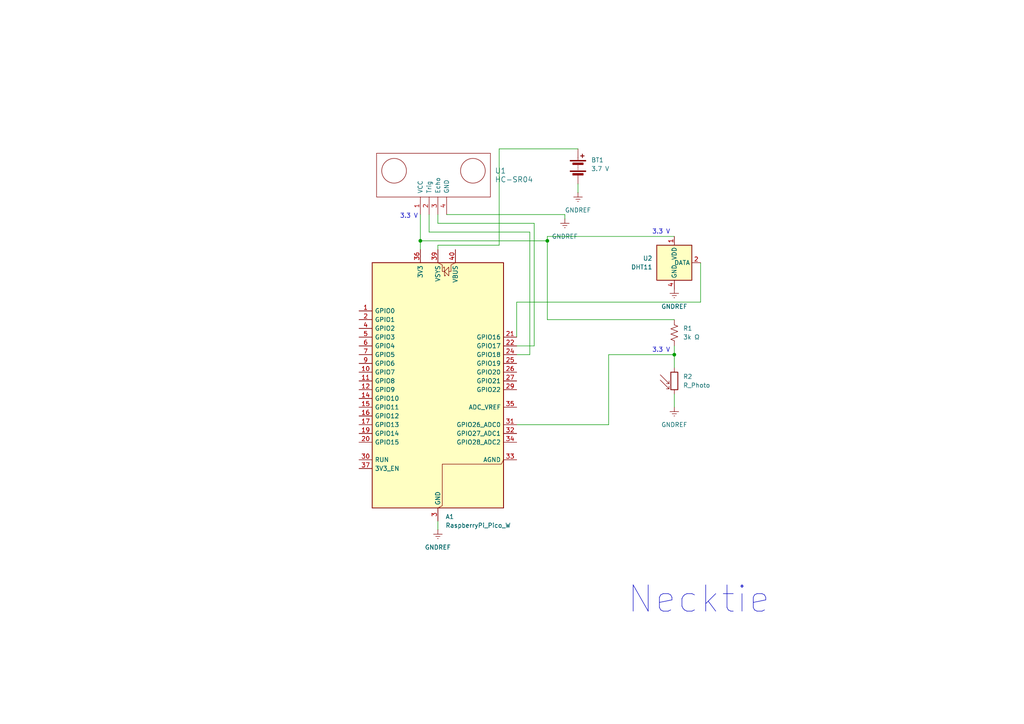
<source format=kicad_sch>
(kicad_sch
	(version 20231120)
	(generator "eeschema")
	(generator_version "8.0")
	(uuid "424d08af-28d8-42c4-8fb3-ecfdaff8cff5")
	(paper "A4")
	(lib_symbols
		(symbol "Device:Battery"
			(pin_numbers hide)
			(pin_names
				(offset 0) hide)
			(exclude_from_sim no)
			(in_bom yes)
			(on_board yes)
			(property "Reference" "BT"
				(at 2.54 2.54 0)
				(effects
					(font
						(size 1.27 1.27)
					)
					(justify left)
				)
			)
			(property "Value" "Battery"
				(at 2.54 0 0)
				(effects
					(font
						(size 1.27 1.27)
					)
					(justify left)
				)
			)
			(property "Footprint" ""
				(at 0 1.524 90)
				(effects
					(font
						(size 1.27 1.27)
					)
					(hide yes)
				)
			)
			(property "Datasheet" "~"
				(at 0 1.524 90)
				(effects
					(font
						(size 1.27 1.27)
					)
					(hide yes)
				)
			)
			(property "Description" "Multiple-cell battery"
				(at 0 0 0)
				(effects
					(font
						(size 1.27 1.27)
					)
					(hide yes)
				)
			)
			(property "ki_keywords" "batt voltage-source cell"
				(at 0 0 0)
				(effects
					(font
						(size 1.27 1.27)
					)
					(hide yes)
				)
			)
			(symbol "Battery_0_1"
				(rectangle
					(start -2.286 -1.27)
					(end 2.286 -1.524)
					(stroke
						(width 0)
						(type default)
					)
					(fill
						(type outline)
					)
				)
				(rectangle
					(start -2.286 1.778)
					(end 2.286 1.524)
					(stroke
						(width 0)
						(type default)
					)
					(fill
						(type outline)
					)
				)
				(rectangle
					(start -1.524 -2.032)
					(end 1.524 -2.54)
					(stroke
						(width 0)
						(type default)
					)
					(fill
						(type outline)
					)
				)
				(rectangle
					(start -1.524 1.016)
					(end 1.524 0.508)
					(stroke
						(width 0)
						(type default)
					)
					(fill
						(type outline)
					)
				)
				(polyline
					(pts
						(xy 0 -1.016) (xy 0 -0.762)
					)
					(stroke
						(width 0)
						(type default)
					)
					(fill
						(type none)
					)
				)
				(polyline
					(pts
						(xy 0 -0.508) (xy 0 -0.254)
					)
					(stroke
						(width 0)
						(type default)
					)
					(fill
						(type none)
					)
				)
				(polyline
					(pts
						(xy 0 0) (xy 0 0.254)
					)
					(stroke
						(width 0)
						(type default)
					)
					(fill
						(type none)
					)
				)
				(polyline
					(pts
						(xy 0 1.778) (xy 0 2.54)
					)
					(stroke
						(width 0)
						(type default)
					)
					(fill
						(type none)
					)
				)
				(polyline
					(pts
						(xy 0.762 3.048) (xy 1.778 3.048)
					)
					(stroke
						(width 0.254)
						(type default)
					)
					(fill
						(type none)
					)
				)
				(polyline
					(pts
						(xy 1.27 3.556) (xy 1.27 2.54)
					)
					(stroke
						(width 0.254)
						(type default)
					)
					(fill
						(type none)
					)
				)
			)
			(symbol "Battery_1_1"
				(pin passive line
					(at 0 5.08 270)
					(length 2.54)
					(name "+"
						(effects
							(font
								(size 1.27 1.27)
							)
						)
					)
					(number "1"
						(effects
							(font
								(size 1.27 1.27)
							)
						)
					)
				)
				(pin passive line
					(at 0 -5.08 90)
					(length 2.54)
					(name "-"
						(effects
							(font
								(size 1.27 1.27)
							)
						)
					)
					(number "2"
						(effects
							(font
								(size 1.27 1.27)
							)
						)
					)
				)
			)
		)
		(symbol "Device:R_Photo"
			(pin_numbers hide)
			(pin_names
				(offset 0)
			)
			(exclude_from_sim no)
			(in_bom yes)
			(on_board yes)
			(property "Reference" "R"
				(at 1.27 1.27 0)
				(effects
					(font
						(size 1.27 1.27)
					)
					(justify left)
				)
			)
			(property "Value" "R_Photo"
				(at 1.27 0 0)
				(effects
					(font
						(size 1.27 1.27)
					)
					(justify left top)
				)
			)
			(property "Footprint" ""
				(at 1.27 -6.35 90)
				(effects
					(font
						(size 1.27 1.27)
					)
					(justify left)
					(hide yes)
				)
			)
			(property "Datasheet" "~"
				(at 0 -1.27 0)
				(effects
					(font
						(size 1.27 1.27)
					)
					(hide yes)
				)
			)
			(property "Description" "Photoresistor"
				(at 0 0 0)
				(effects
					(font
						(size 1.27 1.27)
					)
					(hide yes)
				)
			)
			(property "ki_keywords" "resistor variable light sensitive opto LDR"
				(at 0 0 0)
				(effects
					(font
						(size 1.27 1.27)
					)
					(hide yes)
				)
			)
			(property "ki_fp_filters" "*LDR* R?LDR*"
				(at 0 0 0)
				(effects
					(font
						(size 1.27 1.27)
					)
					(hide yes)
				)
			)
			(symbol "R_Photo_0_1"
				(rectangle
					(start -1.016 2.54)
					(end 1.016 -2.54)
					(stroke
						(width 0.254)
						(type default)
					)
					(fill
						(type none)
					)
				)
				(polyline
					(pts
						(xy -1.524 -2.286) (xy -4.064 0.254)
					)
					(stroke
						(width 0)
						(type default)
					)
					(fill
						(type none)
					)
				)
				(polyline
					(pts
						(xy -1.524 -2.286) (xy -2.286 -2.286)
					)
					(stroke
						(width 0)
						(type default)
					)
					(fill
						(type none)
					)
				)
				(polyline
					(pts
						(xy -1.524 -2.286) (xy -1.524 -1.524)
					)
					(stroke
						(width 0)
						(type default)
					)
					(fill
						(type none)
					)
				)
				(polyline
					(pts
						(xy -1.524 -0.762) (xy -4.064 1.778)
					)
					(stroke
						(width 0)
						(type default)
					)
					(fill
						(type none)
					)
				)
				(polyline
					(pts
						(xy -1.524 -0.762) (xy -2.286 -0.762)
					)
					(stroke
						(width 0)
						(type default)
					)
					(fill
						(type none)
					)
				)
				(polyline
					(pts
						(xy -1.524 -0.762) (xy -1.524 0)
					)
					(stroke
						(width 0)
						(type default)
					)
					(fill
						(type none)
					)
				)
			)
			(symbol "R_Photo_1_1"
				(pin passive line
					(at 0 3.81 270)
					(length 1.27)
					(name "~"
						(effects
							(font
								(size 1.27 1.27)
							)
						)
					)
					(number "1"
						(effects
							(font
								(size 1.27 1.27)
							)
						)
					)
				)
				(pin passive line
					(at 0 -3.81 90)
					(length 1.27)
					(name "~"
						(effects
							(font
								(size 1.27 1.27)
							)
						)
					)
					(number "2"
						(effects
							(font
								(size 1.27 1.27)
							)
						)
					)
				)
			)
		)
		(symbol "Device:R_US"
			(pin_numbers hide)
			(pin_names
				(offset 0)
			)
			(exclude_from_sim no)
			(in_bom yes)
			(on_board yes)
			(property "Reference" "R"
				(at 2.54 0 90)
				(effects
					(font
						(size 1.27 1.27)
					)
				)
			)
			(property "Value" "R_US"
				(at -2.54 0 90)
				(effects
					(font
						(size 1.27 1.27)
					)
				)
			)
			(property "Footprint" ""
				(at 1.016 -0.254 90)
				(effects
					(font
						(size 1.27 1.27)
					)
					(hide yes)
				)
			)
			(property "Datasheet" "~"
				(at 0 0 0)
				(effects
					(font
						(size 1.27 1.27)
					)
					(hide yes)
				)
			)
			(property "Description" "Resistor, US symbol"
				(at 0 0 0)
				(effects
					(font
						(size 1.27 1.27)
					)
					(hide yes)
				)
			)
			(property "ki_keywords" "R res resistor"
				(at 0 0 0)
				(effects
					(font
						(size 1.27 1.27)
					)
					(hide yes)
				)
			)
			(property "ki_fp_filters" "R_*"
				(at 0 0 0)
				(effects
					(font
						(size 1.27 1.27)
					)
					(hide yes)
				)
			)
			(symbol "R_US_0_1"
				(polyline
					(pts
						(xy 0 -2.286) (xy 0 -2.54)
					)
					(stroke
						(width 0)
						(type default)
					)
					(fill
						(type none)
					)
				)
				(polyline
					(pts
						(xy 0 2.286) (xy 0 2.54)
					)
					(stroke
						(width 0)
						(type default)
					)
					(fill
						(type none)
					)
				)
				(polyline
					(pts
						(xy 0 -0.762) (xy 1.016 -1.143) (xy 0 -1.524) (xy -1.016 -1.905) (xy 0 -2.286)
					)
					(stroke
						(width 0)
						(type default)
					)
					(fill
						(type none)
					)
				)
				(polyline
					(pts
						(xy 0 0.762) (xy 1.016 0.381) (xy 0 0) (xy -1.016 -0.381) (xy 0 -0.762)
					)
					(stroke
						(width 0)
						(type default)
					)
					(fill
						(type none)
					)
				)
				(polyline
					(pts
						(xy 0 2.286) (xy 1.016 1.905) (xy 0 1.524) (xy -1.016 1.143) (xy 0 0.762)
					)
					(stroke
						(width 0)
						(type default)
					)
					(fill
						(type none)
					)
				)
			)
			(symbol "R_US_1_1"
				(pin passive line
					(at 0 3.81 270)
					(length 1.27)
					(name "~"
						(effects
							(font
								(size 1.27 1.27)
							)
						)
					)
					(number "1"
						(effects
							(font
								(size 1.27 1.27)
							)
						)
					)
				)
				(pin passive line
					(at 0 -3.81 90)
					(length 1.27)
					(name "~"
						(effects
							(font
								(size 1.27 1.27)
							)
						)
					)
					(number "2"
						(effects
							(font
								(size 1.27 1.27)
							)
						)
					)
				)
			)
		)
		(symbol "MCU_Module_RaspberryPi_Pico:RaspberryPi_Pico_W"
			(pin_names
				(offset 0.762)
			)
			(exclude_from_sim no)
			(in_bom yes)
			(on_board yes)
			(property "Reference" "A"
				(at -19.05 38.1 0)
				(effects
					(font
						(size 1.27 1.27)
					)
					(justify left)
				)
			)
			(property "Value" "RaspberryPi_Pico_W"
				(at 7.62 38.1 0)
				(effects
					(font
						(size 1.27 1.27)
					)
					(justify left)
				)
			)
			(property "Footprint" "Module_RaspberryPi_Pico:RaspberryPi_Pico_Common"
				(at 0 -49.53 0)
				(effects
					(font
						(size 1.27 1.27)
					)
					(hide yes)
				)
			)
			(property "Datasheet" "https://datasheets.raspberrypi.com/picow/pico-w-datasheet.pdf"
				(at 0 -52.07 0)
				(effects
					(font
						(size 1.27 1.27)
					)
					(hide yes)
				)
			)
			(property "Description" "Versatile and inexpensive wireless microcontroller module powered by RP2040 dual-core Arm Cortex-M0+ processor up to 133 MHz, 264kB SRAM, 2MB QSPI flash, Infineon CYW43439 2.4GHz 802.11n wireless LAN"
				(at 0 -54.61 0)
				(effects
					(font
						(size 1.27 1.27)
					)
					(hide yes)
				)
			)
			(property "ki_keywords" "Raspberry Pi Pico microcontroller module RP2040 M0+ usb CYW43439 wireless wifi bluetooth"
				(at 0 0 0)
				(effects
					(font
						(size 1.27 1.27)
					)
					(hide yes)
				)
			)
			(property "ki_fp_filters" "RaspberryPi?Pico?Common* RaspberryPi?Pico?W*"
				(at 0 0 0)
				(effects
					(font
						(size 1.27 1.27)
					)
					(hide yes)
				)
			)
			(symbol "RaspberryPi_Pico_W_0_1"
				(rectangle
					(start -19.05 36.83)
					(end 19.05 -34.29)
					(stroke
						(width 0.254)
						(type default)
					)
					(fill
						(type background)
					)
				)
				(polyline
					(pts
						(xy 0 36.83) (xy 1.27 36.195) (xy 1.27 34.29) (xy 1.905 34.29)
					)
					(stroke
						(width 0)
						(type default)
					)
					(fill
						(type none)
					)
				)
				(polyline
					(pts
						(xy 1.905 34.29) (xy 3.175 35.56) (xy 3.175 33.02) (xy 1.905 34.29)
					)
					(stroke
						(width 0)
						(type default)
					)
					(fill
						(type none)
					)
				)
				(polyline
					(pts
						(xy 5.08 36.83) (xy 3.81 36.195) (xy 3.81 34.29) (xy 3.175 34.29)
					)
					(stroke
						(width 0)
						(type default)
					)
					(fill
						(type none)
					)
				)
				(polyline
					(pts
						(xy 0 -34.29) (xy 1.27 -33.655) (xy 1.27 -21.59) (xy 18.415 -21.59) (xy 19.05 -20.32)
					)
					(stroke
						(width 0)
						(type default)
					)
					(fill
						(type none)
					)
				)
				(polyline
					(pts
						(xy 1.651 35.306) (xy 1.651 35.56) (xy 1.905 35.56) (xy 1.905 33.02) (xy 2.159 33.02) (xy 2.159 33.274)
					)
					(stroke
						(width 0)
						(type default)
					)
					(fill
						(type none)
					)
				)
			)
			(symbol "RaspberryPi_Pico_W_1_1"
				(pin bidirectional line
					(at -22.86 22.86 0)
					(length 3.81)
					(name "GPIO0"
						(effects
							(font
								(size 1.27 1.27)
							)
						)
					)
					(number "1"
						(effects
							(font
								(size 1.27 1.27)
							)
						)
					)
					(alternate "I2C0_SDA" bidirectional line)
					(alternate "PWM0_A" output line)
					(alternate "SPI0_RX" input line)
					(alternate "UART0_TX" output line)
					(alternate "USB_OVCUR_DET" input line)
				)
				(pin bidirectional line
					(at -22.86 5.08 0)
					(length 3.81)
					(name "GPIO7"
						(effects
							(font
								(size 1.27 1.27)
							)
						)
					)
					(number "10"
						(effects
							(font
								(size 1.27 1.27)
							)
						)
					)
					(alternate "I2C1_SCL" bidirectional clock)
					(alternate "PWM3_B" bidirectional line)
					(alternate "SPI0_TX" output line)
					(alternate "UART1_RTS" output line)
					(alternate "USB_VBUS_DET" input line)
				)
				(pin bidirectional line
					(at -22.86 2.54 0)
					(length 3.81)
					(name "GPIO8"
						(effects
							(font
								(size 1.27 1.27)
							)
						)
					)
					(number "11"
						(effects
							(font
								(size 1.27 1.27)
							)
						)
					)
					(alternate "I2C0_SDA" bidirectional line)
					(alternate "PWM4_A" output line)
					(alternate "SPI1_RX" input line)
					(alternate "UART1_TX" output line)
					(alternate "USB_VBUS_EN" output line)
				)
				(pin bidirectional line
					(at -22.86 0 0)
					(length 3.81)
					(name "GPIO9"
						(effects
							(font
								(size 1.27 1.27)
							)
						)
					)
					(number "12"
						(effects
							(font
								(size 1.27 1.27)
							)
						)
					)
					(alternate "I2C0_SCL" bidirectional clock)
					(alternate "PWM4_B" bidirectional line)
					(alternate "UART1_RX" input line)
					(alternate "USB_OVCUR_DET" input line)
					(alternate "~{SPI1_CSn}" bidirectional line)
				)
				(pin passive line
					(at 0 -38.1 90)
					(length 3.81) hide
					(name "GND"
						(effects
							(font
								(size 1.27 1.27)
							)
						)
					)
					(number "13"
						(effects
							(font
								(size 1.27 1.27)
							)
						)
					)
				)
				(pin bidirectional line
					(at -22.86 -2.54 0)
					(length 3.81)
					(name "GPIO10"
						(effects
							(font
								(size 1.27 1.27)
							)
						)
					)
					(number "14"
						(effects
							(font
								(size 1.27 1.27)
							)
						)
					)
					(alternate "I2C1_SDA" bidirectional line)
					(alternate "PWM5_A" output line)
					(alternate "SPI1_SCK" bidirectional clock)
					(alternate "UART1_CTS" input line)
					(alternate "USB_VBUS_DET" input line)
				)
				(pin bidirectional line
					(at -22.86 -5.08 0)
					(length 3.81)
					(name "GPIO11"
						(effects
							(font
								(size 1.27 1.27)
							)
						)
					)
					(number "15"
						(effects
							(font
								(size 1.27 1.27)
							)
						)
					)
					(alternate "I2C1_SCL" bidirectional clock)
					(alternate "PWM5_B" bidirectional line)
					(alternate "SPI1_TX" output line)
					(alternate "UART1_RTS" output line)
					(alternate "USB_VBUS_EN" output line)
				)
				(pin bidirectional line
					(at -22.86 -7.62 0)
					(length 3.81)
					(name "GPIO12"
						(effects
							(font
								(size 1.27 1.27)
							)
						)
					)
					(number "16"
						(effects
							(font
								(size 1.27 1.27)
							)
						)
					)
					(alternate "I2C0_SDA" bidirectional line)
					(alternate "PWM6_A" output line)
					(alternate "SPI1_RX" input line)
					(alternate "UART0_TX" output line)
					(alternate "USB_OVCUR_DET" input line)
				)
				(pin bidirectional line
					(at -22.86 -10.16 0)
					(length 3.81)
					(name "GPIO13"
						(effects
							(font
								(size 1.27 1.27)
							)
						)
					)
					(number "17"
						(effects
							(font
								(size 1.27 1.27)
							)
						)
					)
					(alternate "I2C0_SCL" bidirectional clock)
					(alternate "PWM6_B" bidirectional line)
					(alternate "UART0_RX" input line)
					(alternate "USB_VBUS_DET" input line)
					(alternate "~{SPI1_CSn}" bidirectional line)
				)
				(pin passive line
					(at 0 -38.1 90)
					(length 3.81) hide
					(name "GND"
						(effects
							(font
								(size 1.27 1.27)
							)
						)
					)
					(number "18"
						(effects
							(font
								(size 1.27 1.27)
							)
						)
					)
				)
				(pin bidirectional line
					(at -22.86 -12.7 0)
					(length 3.81)
					(name "GPIO14"
						(effects
							(font
								(size 1.27 1.27)
							)
						)
					)
					(number "19"
						(effects
							(font
								(size 1.27 1.27)
							)
						)
					)
					(alternate "I2C1_SDA" bidirectional line)
					(alternate "PWM7_A" output line)
					(alternate "SPI1_SCK" bidirectional clock)
					(alternate "UART0_CTS" input line)
					(alternate "USB_VBUS_EN" output line)
				)
				(pin bidirectional line
					(at -22.86 20.32 0)
					(length 3.81)
					(name "GPIO1"
						(effects
							(font
								(size 1.27 1.27)
							)
						)
					)
					(number "2"
						(effects
							(font
								(size 1.27 1.27)
							)
						)
					)
					(alternate "I2C0_SCL" bidirectional clock)
					(alternate "PWM0_B" bidirectional line)
					(alternate "UART0_RX" input line)
					(alternate "USB_VBUS_DET" passive line)
					(alternate "~{SPI0_CSn}" bidirectional line)
				)
				(pin bidirectional line
					(at -22.86 -15.24 0)
					(length 3.81)
					(name "GPIO15"
						(effects
							(font
								(size 1.27 1.27)
							)
						)
					)
					(number "20"
						(effects
							(font
								(size 1.27 1.27)
							)
						)
					)
					(alternate "I2C1_SCL" bidirectional clock)
					(alternate "PWM7_B" bidirectional line)
					(alternate "SPI1_TX" output line)
					(alternate "UART0_RTS" output line)
					(alternate "USB_OVCUR_DET" input line)
				)
				(pin bidirectional line
					(at 22.86 15.24 180)
					(length 3.81)
					(name "GPIO16"
						(effects
							(font
								(size 1.27 1.27)
							)
						)
					)
					(number "21"
						(effects
							(font
								(size 1.27 1.27)
							)
						)
					)
					(alternate "I2C0_SDA" bidirectional line)
					(alternate "PWM0_A" output line)
					(alternate "SPI0_RX" input line)
					(alternate "UART0_TX" output line)
					(alternate "USB_VBUS_DET" input line)
				)
				(pin bidirectional line
					(at 22.86 12.7 180)
					(length 3.81)
					(name "GPIO17"
						(effects
							(font
								(size 1.27 1.27)
							)
						)
					)
					(number "22"
						(effects
							(font
								(size 1.27 1.27)
							)
						)
					)
					(alternate "I2C0_SCL" bidirectional clock)
					(alternate "PWM0_B" bidirectional line)
					(alternate "UART0_RX" input line)
					(alternate "USB_VBUS_EN" output line)
					(alternate "~{SPI0_CSn}" bidirectional line)
				)
				(pin passive line
					(at 0 -38.1 90)
					(length 3.81) hide
					(name "GND"
						(effects
							(font
								(size 1.27 1.27)
							)
						)
					)
					(number "23"
						(effects
							(font
								(size 1.27 1.27)
							)
						)
					)
				)
				(pin bidirectional line
					(at 22.86 10.16 180)
					(length 3.81)
					(name "GPIO18"
						(effects
							(font
								(size 1.27 1.27)
							)
						)
					)
					(number "24"
						(effects
							(font
								(size 1.27 1.27)
							)
						)
					)
					(alternate "I2C1_SDA" bidirectional line)
					(alternate "PWM1_A" output line)
					(alternate "SPI0_SCK" bidirectional clock)
					(alternate "UART0_CTS" input line)
					(alternate "USB_OVCUR_DET" input line)
				)
				(pin bidirectional line
					(at 22.86 7.62 180)
					(length 3.81)
					(name "GPIO19"
						(effects
							(font
								(size 1.27 1.27)
							)
						)
					)
					(number "25"
						(effects
							(font
								(size 1.27 1.27)
							)
						)
					)
					(alternate "I2C1_SCL" bidirectional clock)
					(alternate "PWM1_B" bidirectional line)
					(alternate "SPI0_TX" output line)
					(alternate "UART0_RTS" output line)
					(alternate "USB_VBUS_DET" input line)
				)
				(pin bidirectional line
					(at 22.86 5.08 180)
					(length 3.81)
					(name "GPIO20"
						(effects
							(font
								(size 1.27 1.27)
							)
						)
					)
					(number "26"
						(effects
							(font
								(size 1.27 1.27)
							)
						)
					)
					(alternate "CLOCK_GPIN0" input clock)
					(alternate "I2C0_SDA" bidirectional line)
					(alternate "PWM2_A" output line)
					(alternate "SPI0_RX" input line)
					(alternate "UART1_TX" output line)
					(alternate "USB_VBUS_EN" output line)
				)
				(pin bidirectional line
					(at 22.86 2.54 180)
					(length 3.81)
					(name "GPIO21"
						(effects
							(font
								(size 1.27 1.27)
							)
						)
					)
					(number "27"
						(effects
							(font
								(size 1.27 1.27)
							)
						)
					)
					(alternate "CLOCK_GPOUT0" output clock)
					(alternate "I2C0_SCL" bidirectional clock)
					(alternate "PWM2_B" bidirectional line)
					(alternate "UART1_RX" input line)
					(alternate "USB_OVCUR_DET" input line)
					(alternate "~{SPI0_CSn}" bidirectional line)
				)
				(pin passive line
					(at 0 -38.1 90)
					(length 3.81) hide
					(name "GND"
						(effects
							(font
								(size 1.27 1.27)
							)
						)
					)
					(number "28"
						(effects
							(font
								(size 1.27 1.27)
							)
						)
					)
				)
				(pin bidirectional line
					(at 22.86 0 180)
					(length 3.81)
					(name "GPIO22"
						(effects
							(font
								(size 1.27 1.27)
							)
						)
					)
					(number "29"
						(effects
							(font
								(size 1.27 1.27)
							)
						)
					)
					(alternate "CLOCK_GPIN1" input clock)
					(alternate "I2C1_SDA" bidirectional line)
					(alternate "PWM3_A" output line)
					(alternate "SPI0_SCK" bidirectional clock)
					(alternate "UART1_CTS" input line)
					(alternate "USB_VBUS_DET" input line)
				)
				(pin power_out line
					(at 0 -38.1 90)
					(length 3.81)
					(name "GND"
						(effects
							(font
								(size 1.27 1.27)
							)
						)
					)
					(number "3"
						(effects
							(font
								(size 1.27 1.27)
							)
						)
					)
					(alternate "GND_IN" power_in line)
				)
				(pin input line
					(at -22.86 -20.32 0)
					(length 3.81)
					(name "RUN"
						(effects
							(font
								(size 1.27 1.27)
							)
						)
					)
					(number "30"
						(effects
							(font
								(size 1.27 1.27)
							)
						)
					)
					(alternate "~{RESET}" input line)
				)
				(pin bidirectional line
					(at 22.86 -10.16 180)
					(length 3.81)
					(name "GPIO26_ADC0"
						(effects
							(font
								(size 1.27 1.27)
							)
						)
					)
					(number "31"
						(effects
							(font
								(size 1.27 1.27)
							)
						)
					)
					(alternate "ADC0" input line)
					(alternate "GPIO26" bidirectional line)
					(alternate "I2C1_SDA" bidirectional line)
					(alternate "PWM5_A" output line)
					(alternate "SPI1_SCK" bidirectional clock)
					(alternate "UART1_CTS" input line)
					(alternate "USB_VBUS_EN" output line)
				)
				(pin bidirectional line
					(at 22.86 -12.7 180)
					(length 3.81)
					(name "GPIO27_ADC1"
						(effects
							(font
								(size 1.27 1.27)
							)
						)
					)
					(number "32"
						(effects
							(font
								(size 1.27 1.27)
							)
						)
					)
					(alternate "ADC1" input line)
					(alternate "GPIO27" bidirectional line)
					(alternate "I2C1_SCL" bidirectional clock)
					(alternate "PWM5_B" bidirectional line)
					(alternate "SPI1_TX" output line)
					(alternate "UART1_RTS" output line)
					(alternate "USB_OVCUR_DET" input line)
				)
				(pin power_out line
					(at 22.86 -20.32 180)
					(length 3.81)
					(name "AGND"
						(effects
							(font
								(size 1.27 1.27)
							)
						)
					)
					(number "33"
						(effects
							(font
								(size 1.27 1.27)
							)
						)
					)
					(alternate "GND" passive line)
				)
				(pin bidirectional line
					(at 22.86 -15.24 180)
					(length 3.81)
					(name "GPIO28_ADC2"
						(effects
							(font
								(size 1.27 1.27)
							)
						)
					)
					(number "34"
						(effects
							(font
								(size 1.27 1.27)
							)
						)
					)
					(alternate "ADC2" input line)
					(alternate "GPIO28" bidirectional line)
					(alternate "I2C0_SDA" bidirectional line)
					(alternate "PWM6_A" output line)
					(alternate "SPI1_RX" input line)
					(alternate "UART0_TX" output line)
					(alternate "USB_VBUS_DET" input line)
				)
				(pin power_in line
					(at 22.86 -5.08 180)
					(length 3.81)
					(name "ADC_VREF"
						(effects
							(font
								(size 1.27 1.27)
							)
						)
					)
					(number "35"
						(effects
							(font
								(size 1.27 1.27)
							)
						)
					)
				)
				(pin power_out line
					(at -5.08 40.64 270)
					(length 3.81)
					(name "3V3"
						(effects
							(font
								(size 1.27 1.27)
							)
						)
					)
					(number "36"
						(effects
							(font
								(size 1.27 1.27)
							)
						)
					)
				)
				(pin input line
					(at -22.86 -22.86 0)
					(length 3.81)
					(name "3V3_EN"
						(effects
							(font
								(size 1.27 1.27)
							)
						)
					)
					(number "37"
						(effects
							(font
								(size 1.27 1.27)
							)
						)
					)
					(alternate "~{3V3_DISABLE}" input line)
				)
				(pin passive line
					(at 0 -38.1 90)
					(length 3.81) hide
					(name "GND"
						(effects
							(font
								(size 1.27 1.27)
							)
						)
					)
					(number "38"
						(effects
							(font
								(size 1.27 1.27)
							)
						)
					)
				)
				(pin power_in line
					(at 0 40.64 270)
					(length 3.81)
					(name "VSYS"
						(effects
							(font
								(size 1.27 1.27)
							)
						)
					)
					(number "39"
						(effects
							(font
								(size 1.27 1.27)
							)
						)
					)
					(alternate "VSYS_IN" power_in line)
					(alternate "VSYS_OUT" power_out line)
				)
				(pin bidirectional line
					(at -22.86 17.78 0)
					(length 3.81)
					(name "GPIO2"
						(effects
							(font
								(size 1.27 1.27)
							)
						)
					)
					(number "4"
						(effects
							(font
								(size 1.27 1.27)
							)
						)
					)
					(alternate "I2C1_SDA" bidirectional line)
					(alternate "PWM1_A" output line)
					(alternate "SPI0_SCK" bidirectional clock)
					(alternate "UART0_CTS" input line)
					(alternate "USB_VBUS_DET" input line)
				)
				(pin power_out line
					(at 5.08 40.64 270)
					(length 3.81)
					(name "VBUS"
						(effects
							(font
								(size 1.27 1.27)
							)
						)
					)
					(number "40"
						(effects
							(font
								(size 1.27 1.27)
							)
						)
					)
					(alternate "VBUS_HOST" power_in line)
				)
				(pin bidirectional line
					(at -22.86 15.24 0)
					(length 3.81)
					(name "GPIO3"
						(effects
							(font
								(size 1.27 1.27)
							)
						)
					)
					(number "5"
						(effects
							(font
								(size 1.27 1.27)
							)
						)
					)
					(alternate "I2C1_SCL" bidirectional clock)
					(alternate "PWM1_B" bidirectional line)
					(alternate "SPI0_TX" output line)
					(alternate "UART0_RTS" output line)
					(alternate "USB_OVCUR_DET" input line)
				)
				(pin bidirectional line
					(at -22.86 12.7 0)
					(length 3.81)
					(name "GPIO4"
						(effects
							(font
								(size 1.27 1.27)
							)
						)
					)
					(number "6"
						(effects
							(font
								(size 1.27 1.27)
							)
						)
					)
					(alternate "I2C0_SDA" bidirectional line)
					(alternate "PWM2_A" output line)
					(alternate "SPI0_RX" input line)
					(alternate "UART1_TX" output line)
					(alternate "USB_VBUS_DET" input line)
				)
				(pin bidirectional line
					(at -22.86 10.16 0)
					(length 3.81)
					(name "GPIO5"
						(effects
							(font
								(size 1.27 1.27)
							)
						)
					)
					(number "7"
						(effects
							(font
								(size 1.27 1.27)
							)
						)
					)
					(alternate "I2C0_SCL" bidirectional clock)
					(alternate "PWM2_B" bidirectional line)
					(alternate "UART1_RX" input line)
					(alternate "USB_VBUS_EN" output line)
					(alternate "~{SPI0_CSn}" bidirectional line)
				)
				(pin passive line
					(at 0 -38.1 90)
					(length 3.81) hide
					(name "GND"
						(effects
							(font
								(size 1.27 1.27)
							)
						)
					)
					(number "8"
						(effects
							(font
								(size 1.27 1.27)
							)
						)
					)
				)
				(pin bidirectional line
					(at -22.86 7.62 0)
					(length 3.81)
					(name "GPIO6"
						(effects
							(font
								(size 1.27 1.27)
							)
						)
					)
					(number "9"
						(effects
							(font
								(size 1.27 1.27)
							)
						)
					)
					(alternate "I2C1_SDA" bidirectional line)
					(alternate "PWM3_A" output line)
					(alternate "SPI0_SCK" bidirectional clock)
					(alternate "UART1_CTS" input line)
					(alternate "USB_OVCUR_DET" input line)
				)
			)
		)
		(symbol "Sensor:DHT11"
			(exclude_from_sim no)
			(in_bom yes)
			(on_board yes)
			(property "Reference" "U"
				(at -3.81 6.35 0)
				(effects
					(font
						(size 1.27 1.27)
					)
				)
			)
			(property "Value" "DHT11"
				(at 3.81 6.35 0)
				(effects
					(font
						(size 1.27 1.27)
					)
				)
			)
			(property "Footprint" "Sensor:Aosong_DHT11_5.5x12.0_P2.54mm"
				(at 0 -10.16 0)
				(effects
					(font
						(size 1.27 1.27)
					)
					(hide yes)
				)
			)
			(property "Datasheet" "http://akizukidenshi.com/download/ds/aosong/DHT11.pdf"
				(at 3.81 6.35 0)
				(effects
					(font
						(size 1.27 1.27)
					)
					(hide yes)
				)
			)
			(property "Description" "3.3V to 5.5V, temperature and humidity module, DHT11"
				(at 0 0 0)
				(effects
					(font
						(size 1.27 1.27)
					)
					(hide yes)
				)
			)
			(property "ki_keywords" "digital sensor"
				(at 0 0 0)
				(effects
					(font
						(size 1.27 1.27)
					)
					(hide yes)
				)
			)
			(property "ki_fp_filters" "Aosong*DHT11*5.5x12.0*P2.54mm*"
				(at 0 0 0)
				(effects
					(font
						(size 1.27 1.27)
					)
					(hide yes)
				)
			)
			(symbol "DHT11_0_1"
				(rectangle
					(start -5.08 5.08)
					(end 5.08 -5.08)
					(stroke
						(width 0.254)
						(type default)
					)
					(fill
						(type background)
					)
				)
			)
			(symbol "DHT11_1_1"
				(pin power_in line
					(at 0 7.62 270)
					(length 2.54)
					(name "VDD"
						(effects
							(font
								(size 1.27 1.27)
							)
						)
					)
					(number "1"
						(effects
							(font
								(size 1.27 1.27)
							)
						)
					)
				)
				(pin bidirectional line
					(at 7.62 0 180)
					(length 2.54)
					(name "DATA"
						(effects
							(font
								(size 1.27 1.27)
							)
						)
					)
					(number "2"
						(effects
							(font
								(size 1.27 1.27)
							)
						)
					)
				)
				(pin no_connect line
					(at -5.08 0 0)
					(length 2.54) hide
					(name "NC"
						(effects
							(font
								(size 1.27 1.27)
							)
						)
					)
					(number "3"
						(effects
							(font
								(size 1.27 1.27)
							)
						)
					)
				)
				(pin power_in line
					(at 0 -7.62 90)
					(length 2.54)
					(name "GND"
						(effects
							(font
								(size 1.27 1.27)
							)
						)
					)
					(number "4"
						(effects
							(font
								(size 1.27 1.27)
							)
						)
					)
				)
			)
		)
		(symbol "hc-sr04:HC-SR04"
			(pin_names
				(offset 1.016)
			)
			(exclude_from_sim no)
			(in_bom yes)
			(on_board yes)
			(property "Reference" "U"
				(at -15.24 16.51 0)
				(effects
					(font
						(size 1.524 1.524)
					)
				)
			)
			(property "Value" "HC-SR04"
				(at 0 13.97 0)
				(effects
					(font
						(size 1.524 1.524)
					)
				)
			)
			(property "Footprint" ""
				(at 2.54 2.54 0)
				(effects
					(font
						(size 1.524 1.524)
					)
					(hide yes)
				)
			)
			(property "Datasheet" ""
				(at 2.54 2.54 0)
				(effects
					(font
						(size 1.524 1.524)
					)
					(hide yes)
				)
			)
			(property "Description" ""
				(at 0 0 0)
				(effects
					(font
						(size 1.27 1.27)
					)
					(hide yes)
				)
			)
			(symbol "HC-SR04_0_1"
				(rectangle
					(start -16.51 15.24)
					(end 16.51 2.54)
					(stroke
						(width 0)
						(type solid)
					)
					(fill
						(type none)
					)
				)
				(circle
					(center -11.43 10.16)
					(radius 3.5814)
					(stroke
						(width 0)
						(type solid)
					)
					(fill
						(type none)
					)
				)
				(circle
					(center 11.43 10.16)
					(radius 3.5814)
					(stroke
						(width 0)
						(type solid)
					)
					(fill
						(type none)
					)
				)
			)
			(symbol "HC-SR04_1_1"
				(pin power_in line
					(at -3.81 -2.54 90)
					(length 5.08)
					(name "VCC"
						(effects
							(font
								(size 1.27 1.27)
							)
						)
					)
					(number "1"
						(effects
							(font
								(size 1.27 1.27)
							)
						)
					)
				)
				(pin input line
					(at -1.27 -2.54 90)
					(length 5.08)
					(name "Trig"
						(effects
							(font
								(size 1.27 1.27)
							)
						)
					)
					(number "2"
						(effects
							(font
								(size 1.27 1.27)
							)
						)
					)
				)
				(pin output line
					(at 1.27 -2.54 90)
					(length 5.08)
					(name "Echo"
						(effects
							(font
								(size 1.27 1.27)
							)
						)
					)
					(number "3"
						(effects
							(font
								(size 1.27 1.27)
							)
						)
					)
				)
				(pin power_in line
					(at 3.81 -2.54 90)
					(length 5.08)
					(name "GND"
						(effects
							(font
								(size 1.27 1.27)
							)
						)
					)
					(number "4"
						(effects
							(font
								(size 1.27 1.27)
							)
						)
					)
				)
			)
		)
		(symbol "power:GNDREF"
			(power)
			(pin_numbers hide)
			(pin_names
				(offset 0) hide)
			(exclude_from_sim no)
			(in_bom yes)
			(on_board yes)
			(property "Reference" "#PWR"
				(at 0 -6.35 0)
				(effects
					(font
						(size 1.27 1.27)
					)
					(hide yes)
				)
			)
			(property "Value" "GNDREF"
				(at 0 -3.81 0)
				(effects
					(font
						(size 1.27 1.27)
					)
				)
			)
			(property "Footprint" ""
				(at 0 0 0)
				(effects
					(font
						(size 1.27 1.27)
					)
					(hide yes)
				)
			)
			(property "Datasheet" ""
				(at 0 0 0)
				(effects
					(font
						(size 1.27 1.27)
					)
					(hide yes)
				)
			)
			(property "Description" "Power symbol creates a global label with name \"GNDREF\" , reference supply ground"
				(at 0 0 0)
				(effects
					(font
						(size 1.27 1.27)
					)
					(hide yes)
				)
			)
			(property "ki_keywords" "global power"
				(at 0 0 0)
				(effects
					(font
						(size 1.27 1.27)
					)
					(hide yes)
				)
			)
			(symbol "GNDREF_0_1"
				(polyline
					(pts
						(xy -0.635 -1.905) (xy 0.635 -1.905)
					)
					(stroke
						(width 0)
						(type default)
					)
					(fill
						(type none)
					)
				)
				(polyline
					(pts
						(xy -0.127 -2.54) (xy 0.127 -2.54)
					)
					(stroke
						(width 0)
						(type default)
					)
					(fill
						(type none)
					)
				)
				(polyline
					(pts
						(xy 0 -1.27) (xy 0 0)
					)
					(stroke
						(width 0)
						(type default)
					)
					(fill
						(type none)
					)
				)
				(polyline
					(pts
						(xy 1.27 -1.27) (xy -1.27 -1.27)
					)
					(stroke
						(width 0)
						(type default)
					)
					(fill
						(type none)
					)
				)
			)
			(symbol "GNDREF_1_1"
				(pin power_in line
					(at 0 0 270)
					(length 0)
					(name "~"
						(effects
							(font
								(size 1.27 1.27)
							)
						)
					)
					(number "1"
						(effects
							(font
								(size 1.27 1.27)
							)
						)
					)
				)
			)
		)
	)
	(junction
		(at 121.92 69.85)
		(diameter 0)
		(color 0 0 0 0)
		(uuid "08fecc53-3a56-407e-8709-b19c30947986")
	)
	(junction
		(at 158.75 69.85)
		(diameter 0)
		(color 0 0 0 0)
		(uuid "81cfcd71-faa5-4f2b-928c-d2f637a2338f")
	)
	(junction
		(at 195.58 102.87)
		(diameter 0)
		(color 0 0 0 0)
		(uuid "dba86fbc-2d17-41ff-886e-9effead43275")
	)
	(wire
		(pts
			(xy 158.75 69.85) (xy 158.75 68.58)
		)
		(stroke
			(width 0)
			(type default)
		)
		(uuid "005a824b-2a99-42ab-a33a-1c81f4ac6291")
	)
	(wire
		(pts
			(xy 203.2 87.63) (xy 203.2 76.2)
		)
		(stroke
			(width 0)
			(type default)
		)
		(uuid "08eee87c-5275-4452-a6de-60f09f82fdbd")
	)
	(wire
		(pts
			(xy 163.83 62.23) (xy 163.83 63.5)
		)
		(stroke
			(width 0)
			(type default)
		)
		(uuid "0bdf66b8-8bc5-413d-b7b5-349fe98430cf")
	)
	(wire
		(pts
			(xy 124.46 67.31) (xy 153.67 67.31)
		)
		(stroke
			(width 0)
			(type default)
		)
		(uuid "1375ecc0-04d7-4817-b737-02e5d0453130")
	)
	(wire
		(pts
			(xy 195.58 102.87) (xy 195.58 106.68)
		)
		(stroke
			(width 0)
			(type default)
		)
		(uuid "1be1fea5-cdd5-411b-97ff-9c5a6f11eec0")
	)
	(wire
		(pts
			(xy 158.75 69.85) (xy 158.75 92.71)
		)
		(stroke
			(width 0)
			(type default)
		)
		(uuid "2d9ed377-b34d-414f-a23a-762c755552f7")
	)
	(wire
		(pts
			(xy 149.86 87.63) (xy 149.86 97.79)
		)
		(stroke
			(width 0)
			(type default)
		)
		(uuid "378123e0-258e-47fb-81be-9a7e1b149755")
	)
	(wire
		(pts
			(xy 149.86 123.19) (xy 176.53 123.19)
		)
		(stroke
			(width 0)
			(type default)
		)
		(uuid "4153ed0d-6973-4ebc-9b86-492527d4d065")
	)
	(wire
		(pts
			(xy 144.78 71.12) (xy 127 71.12)
		)
		(stroke
			(width 0)
			(type default)
		)
		(uuid "4e9d602c-7d9d-46d7-96fb-b8a734f21fd0")
	)
	(wire
		(pts
			(xy 129.54 62.23) (xy 163.83 62.23)
		)
		(stroke
			(width 0)
			(type default)
		)
		(uuid "795094ee-4459-45a5-9abe-c02f651b9a47")
	)
	(wire
		(pts
			(xy 127 64.77) (xy 154.94 64.77)
		)
		(stroke
			(width 0)
			(type default)
		)
		(uuid "79e2425a-ccac-47db-b510-e6e02440e4dc")
	)
	(wire
		(pts
			(xy 153.67 67.31) (xy 153.67 102.87)
		)
		(stroke
			(width 0)
			(type default)
		)
		(uuid "88a38bc7-17d6-4cf2-9217-b58112c7310e")
	)
	(wire
		(pts
			(xy 195.58 114.3) (xy 195.58 118.11)
		)
		(stroke
			(width 0)
			(type default)
		)
		(uuid "9665f272-7a2b-4cdf-88ef-03622ed1f7c3")
	)
	(wire
		(pts
			(xy 195.58 92.71) (xy 158.75 92.71)
		)
		(stroke
			(width 0)
			(type default)
		)
		(uuid "98cfa54a-a50d-4fbe-a204-879c54ee5573")
	)
	(wire
		(pts
			(xy 154.94 100.33) (xy 149.86 100.33)
		)
		(stroke
			(width 0)
			(type default)
		)
		(uuid "9ad3802b-2291-41ef-a6bb-8240b4f9ce49")
	)
	(wire
		(pts
			(xy 158.75 68.58) (xy 195.58 68.58)
		)
		(stroke
			(width 0)
			(type default)
		)
		(uuid "a11fac43-217f-45bc-8bd8-843c6882d12f")
	)
	(wire
		(pts
			(xy 124.46 67.31) (xy 124.46 62.23)
		)
		(stroke
			(width 0)
			(type default)
		)
		(uuid "b1e0695a-4667-4a66-a590-87c7e675e0e2")
	)
	(wire
		(pts
			(xy 176.53 123.19) (xy 176.53 102.87)
		)
		(stroke
			(width 0)
			(type default)
		)
		(uuid "b5316ad9-e479-4bef-8e4d-2a838c7e97e9")
	)
	(wire
		(pts
			(xy 127 151.13) (xy 127 153.67)
		)
		(stroke
			(width 0)
			(type default)
		)
		(uuid "b860e647-29ed-41fc-8d96-4fedd3c4fba7")
	)
	(wire
		(pts
			(xy 144.78 43.18) (xy 144.78 71.12)
		)
		(stroke
			(width 0)
			(type default)
		)
		(uuid "b9452d40-8070-4440-96d1-a94caa66a447")
	)
	(wire
		(pts
			(xy 154.94 64.77) (xy 154.94 100.33)
		)
		(stroke
			(width 0)
			(type default)
		)
		(uuid "bce5806b-6252-46e7-83b3-3cf885a73ad7")
	)
	(wire
		(pts
			(xy 149.86 87.63) (xy 203.2 87.63)
		)
		(stroke
			(width 0)
			(type default)
		)
		(uuid "bd1a0513-bbb0-4667-9d8b-478a3634c59d")
	)
	(wire
		(pts
			(xy 195.58 100.33) (xy 195.58 102.87)
		)
		(stroke
			(width 0)
			(type default)
		)
		(uuid "bfdd2891-6558-4c92-aa4e-5fdffb887d2f")
	)
	(wire
		(pts
			(xy 121.92 62.23) (xy 121.92 69.85)
		)
		(stroke
			(width 0)
			(type default)
		)
		(uuid "c4d7ce46-eab8-45e7-bfc6-b1bb6b6228d1")
	)
	(wire
		(pts
			(xy 121.92 69.85) (xy 121.92 72.39)
		)
		(stroke
			(width 0)
			(type default)
		)
		(uuid "cb7e7610-8ef0-4fcb-8136-9049054acfe6")
	)
	(wire
		(pts
			(xy 127 62.23) (xy 127 64.77)
		)
		(stroke
			(width 0)
			(type default)
		)
		(uuid "cf17ce16-63b2-40db-9f78-b792aac59f08")
	)
	(wire
		(pts
			(xy 176.53 102.87) (xy 195.58 102.87)
		)
		(stroke
			(width 0)
			(type default)
		)
		(uuid "d67df35f-cd0c-4fd0-8aae-7bb2496c48dd")
	)
	(wire
		(pts
			(xy 153.67 102.87) (xy 149.86 102.87)
		)
		(stroke
			(width 0)
			(type default)
		)
		(uuid "e30810bb-3307-4405-8e5d-0e2010a8edbd")
	)
	(wire
		(pts
			(xy 167.64 43.18) (xy 144.78 43.18)
		)
		(stroke
			(width 0)
			(type default)
		)
		(uuid "e351bde6-3c49-475d-9a44-40a4f793ea41")
	)
	(wire
		(pts
			(xy 167.64 53.34) (xy 167.64 55.88)
		)
		(stroke
			(width 0)
			(type default)
		)
		(uuid "e9d6700d-ff67-4d8b-aea3-237b3ec19de1")
	)
	(wire
		(pts
			(xy 121.92 69.85) (xy 158.75 69.85)
		)
		(stroke
			(width 0)
			(type default)
		)
		(uuid "ecbfd27f-3fba-4146-84dc-9467a3d707f0")
	)
	(wire
		(pts
			(xy 127 71.12) (xy 127 72.39)
		)
		(stroke
			(width 0)
			(type default)
		)
		(uuid "f56eea13-4509-49b0-ab57-7272665ada8e")
	)
	(text "3.3 V"
		(exclude_from_sim no)
		(at 118.618 62.738 0)
		(effects
			(font
				(size 1.27 1.27)
			)
		)
		(uuid "3715ea3b-b823-4a01-af2e-3ead6966f623")
	)
	(text "3.3 V"
		(exclude_from_sim no)
		(at 191.77 101.6 0)
		(effects
			(font
				(size 1.27 1.27)
			)
		)
		(uuid "4f2c5bfa-e705-4cc6-9567-f13849482eab")
	)
	(text "Necktie"
		(exclude_from_sim no)
		(at 202.692 173.99 0)
		(effects
			(font
				(size 7.62 7.62)
			)
		)
		(uuid "81963255-a592-47c0-a3f3-7d0fe2dd42ce")
	)
	(text "3.3 V"
		(exclude_from_sim no)
		(at 191.77 67.31 0)
		(effects
			(font
				(size 1.27 1.27)
			)
		)
		(uuid "a1f335f7-f58e-448b-bbfc-dee93b5060d7")
	)
	(symbol
		(lib_id "Device:R_Photo")
		(at 195.58 110.49 0)
		(unit 1)
		(exclude_from_sim no)
		(in_bom yes)
		(on_board yes)
		(dnp no)
		(fields_autoplaced yes)
		(uuid "0229b084-b776-4bcf-8532-1a0060c6aa31")
		(property "Reference" "R2"
			(at 198.12 109.2199 0)
			(effects
				(font
					(size 1.27 1.27)
				)
				(justify left)
			)
		)
		(property "Value" "R_Photo"
			(at 198.12 111.7599 0)
			(effects
				(font
					(size 1.27 1.27)
				)
				(justify left)
			)
		)
		(property "Footprint" ""
			(at 196.85 116.84 90)
			(effects
				(font
					(size 1.27 1.27)
				)
				(justify left)
				(hide yes)
			)
		)
		(property "Datasheet" "~"
			(at 195.58 111.76 0)
			(effects
				(font
					(size 1.27 1.27)
				)
				(hide yes)
			)
		)
		(property "Description" "Photoresistor"
			(at 195.58 110.49 0)
			(effects
				(font
					(size 1.27 1.27)
				)
				(hide yes)
			)
		)
		(pin "1"
			(uuid "65ebb667-3af2-47d4-87ce-5826232a7bcc")
		)
		(pin "2"
			(uuid "513db2a3-d215-4131-99f8-f82b81ddd79f")
		)
		(instances
			(project "DJ_QP_Tie"
				(path "/424d08af-28d8-42c4-8fb3-ecfdaff8cff5"
					(reference "R2")
					(unit 1)
				)
			)
		)
	)
	(symbol
		(lib_id "power:GNDREF")
		(at 195.58 118.11 0)
		(unit 1)
		(exclude_from_sim no)
		(in_bom yes)
		(on_board yes)
		(dnp no)
		(fields_autoplaced yes)
		(uuid "0b7ce681-f395-4c18-bbfe-f9dd22455094")
		(property "Reference" "#PWR04"
			(at 195.58 124.46 0)
			(effects
				(font
					(size 1.27 1.27)
				)
				(hide yes)
			)
		)
		(property "Value" "GNDREF"
			(at 195.58 123.19 0)
			(effects
				(font
					(size 1.27 1.27)
				)
			)
		)
		(property "Footprint" ""
			(at 195.58 118.11 0)
			(effects
				(font
					(size 1.27 1.27)
				)
				(hide yes)
			)
		)
		(property "Datasheet" ""
			(at 195.58 118.11 0)
			(effects
				(font
					(size 1.27 1.27)
				)
				(hide yes)
			)
		)
		(property "Description" "Power symbol creates a global label with name \"GNDREF\" , reference supply ground"
			(at 195.58 118.11 0)
			(effects
				(font
					(size 1.27 1.27)
				)
				(hide yes)
			)
		)
		(pin "1"
			(uuid "fdf6ce0a-db31-416d-9cd0-0aeeda45c66c")
		)
		(instances
			(project "DJ_QP_Tie"
				(path "/424d08af-28d8-42c4-8fb3-ecfdaff8cff5"
					(reference "#PWR04")
					(unit 1)
				)
			)
		)
	)
	(symbol
		(lib_id "Sensor:DHT11")
		(at 195.58 76.2 0)
		(unit 1)
		(exclude_from_sim no)
		(in_bom yes)
		(on_board yes)
		(dnp no)
		(fields_autoplaced yes)
		(uuid "125846b8-d708-4a0c-ab92-1dffee5e86c0")
		(property "Reference" "U2"
			(at 189.23 74.9299 0)
			(effects
				(font
					(size 1.27 1.27)
				)
				(justify right)
			)
		)
		(property "Value" "DHT11"
			(at 189.23 77.4699 0)
			(effects
				(font
					(size 1.27 1.27)
				)
				(justify right)
			)
		)
		(property "Footprint" "Sensor:Aosong_DHT11_5.5x12.0_P2.54mm"
			(at 195.58 86.36 0)
			(effects
				(font
					(size 1.27 1.27)
				)
				(hide yes)
			)
		)
		(property "Datasheet" "http://akizukidenshi.com/download/ds/aosong/DHT11.pdf"
			(at 199.39 69.85 0)
			(effects
				(font
					(size 1.27 1.27)
				)
				(hide yes)
			)
		)
		(property "Description" "3.3V to 5.5V, temperature and humidity module, DHT11"
			(at 195.58 76.2 0)
			(effects
				(font
					(size 1.27 1.27)
				)
				(hide yes)
			)
		)
		(pin "3"
			(uuid "412883f9-befe-4510-9fc9-3c9a2ecbd981")
		)
		(pin "1"
			(uuid "d452d414-835c-480f-bcdf-3a7e75d90cdd")
		)
		(pin "4"
			(uuid "f59536e5-2d93-451b-b9e7-5a444935470c")
		)
		(pin "2"
			(uuid "803bb4d3-43ad-4000-a940-7a5b0dfd8a21")
		)
		(instances
			(project "DJ_QP_Tie"
				(path "/424d08af-28d8-42c4-8fb3-ecfdaff8cff5"
					(reference "U2")
					(unit 1)
				)
			)
		)
	)
	(symbol
		(lib_id "MCU_Module_RaspberryPi_Pico:RaspberryPi_Pico_W")
		(at 127 113.03 0)
		(unit 1)
		(exclude_from_sim no)
		(in_bom yes)
		(on_board yes)
		(dnp no)
		(fields_autoplaced yes)
		(uuid "22f92286-55d3-4cc8-8c67-e1c66179bea7")
		(property "Reference" "A1"
			(at 129.1941 149.86 0)
			(effects
				(font
					(size 1.27 1.27)
				)
				(justify left)
			)
		)
		(property "Value" "RaspberryPi_Pico_W"
			(at 129.1941 152.4 0)
			(effects
				(font
					(size 1.27 1.27)
				)
				(justify left)
			)
		)
		(property "Footprint" "Module_RaspberryPi_Pico:RaspberryPi_Pico_Common"
			(at 127 162.56 0)
			(effects
				(font
					(size 1.27 1.27)
				)
				(hide yes)
			)
		)
		(property "Datasheet" "https://datasheets.raspberrypi.com/picow/pico-w-datasheet.pdf"
			(at 127 165.1 0)
			(effects
				(font
					(size 1.27 1.27)
				)
				(hide yes)
			)
		)
		(property "Description" "Versatile and inexpensive wireless microcontroller module powered by RP2040 dual-core Arm Cortex-M0+ processor up to 133 MHz, 264kB SRAM, 2MB QSPI flash, Infineon CYW43439 2.4GHz 802.11n wireless LAN"
			(at 127 167.64 0)
			(effects
				(font
					(size 1.27 1.27)
				)
				(hide yes)
			)
		)
		(pin "16"
			(uuid "57f79b1b-b91b-4659-8f20-abfa36fb8bd4")
		)
		(pin "13"
			(uuid "e5c8be55-5862-447e-a646-de30c52c1c2c")
		)
		(pin "30"
			(uuid "a95fc1d9-b807-4ceb-8b0e-fc58a1406b83")
		)
		(pin "38"
			(uuid "5b0ba922-da16-4a38-adb7-ff7bf810b01e")
		)
		(pin "15"
			(uuid "855b00ac-7b22-443c-b082-029b883aef25")
		)
		(pin "12"
			(uuid "c8e1e79a-fe8a-4f6a-a0f5-473b93c968d6")
		)
		(pin "18"
			(uuid "e38fdcb0-f4b9-4d27-a161-f06c4f5707db")
		)
		(pin "28"
			(uuid "d935b556-d20a-4b67-a47b-8ba8bb3c3dec")
		)
		(pin "32"
			(uuid "8f657e9d-1628-4ad4-a320-aa78d071ec38")
		)
		(pin "14"
			(uuid "f8a35902-cf13-4ab9-be5a-a683205698a3")
		)
		(pin "26"
			(uuid "d23fdfbd-b426-4636-b5aa-af398d61da75")
		)
		(pin "35"
			(uuid "433e20f5-bf4a-4f3c-810e-05842c6daf4b")
		)
		(pin "37"
			(uuid "6dfef36d-cbe0-4d1f-b329-8e1df1658a15")
		)
		(pin "24"
			(uuid "180185a4-4f65-477a-9330-1b8380749c23")
		)
		(pin "11"
			(uuid "c7181bfa-4db7-4252-a7fa-23276f55841c")
		)
		(pin "17"
			(uuid "351949c0-a90d-44b1-b9e4-2c59bcbfb317")
		)
		(pin "2"
			(uuid "86fee408-978a-4595-aa75-26ae8cc5b04b")
		)
		(pin "21"
			(uuid "36e1b6d1-bf08-47fd-af3c-6bb405db023d")
		)
		(pin "29"
			(uuid "77921fc5-b8f0-4bf2-9dbe-614eb71c6737")
		)
		(pin "23"
			(uuid "4dbba98d-9d2f-46f3-bdb8-79415de911f5")
		)
		(pin "20"
			(uuid "d9ab7cc6-a4e3-40b8-9b03-0e5ffa89e658")
		)
		(pin "3"
			(uuid "c5ddb1f1-2ee8-444d-9bf5-dd51ccf6c654")
		)
		(pin "31"
			(uuid "f23ad757-5b33-42be-bd4c-6fa2d7860939")
		)
		(pin "33"
			(uuid "d92e9b60-a2f0-4253-845b-7497146d3bd5")
		)
		(pin "19"
			(uuid "58d1140e-3404-406b-b061-fcd523d30748")
		)
		(pin "1"
			(uuid "6686d1f5-d298-4a7a-83d7-90c447be9265")
		)
		(pin "10"
			(uuid "1dd7028c-7c73-4068-bded-10c916403d86")
		)
		(pin "22"
			(uuid "6fc12b37-9a70-4718-9de4-5b97237515f7")
		)
		(pin "25"
			(uuid "bed67dc8-7fc1-4d30-820f-b2e9ad69c37d")
		)
		(pin "27"
			(uuid "30b690d5-58aa-4d29-92e8-dd44a0f7f97c")
		)
		(pin "34"
			(uuid "8bddb76a-9cb7-4772-b011-15231613f02a")
		)
		(pin "36"
			(uuid "03898b5e-eae5-4036-9459-bece653fd2da")
		)
		(pin "39"
			(uuid "5ba88e43-70d9-4aa6-bec1-ba3b90186711")
		)
		(pin "4"
			(uuid "dc62ab40-f5e6-4417-a004-2f72c7a10cd7")
		)
		(pin "5"
			(uuid "21a9156e-1705-4008-9852-3fc4c59b8716")
		)
		(pin "6"
			(uuid "01c814e2-c27e-4ee3-85de-61309b63c536")
		)
		(pin "8"
			(uuid "de8fa849-bbe1-44ec-8679-27d984fb7874")
		)
		(pin "7"
			(uuid "b6ca9494-1ff2-43aa-a210-f739275604e0")
		)
		(pin "40"
			(uuid "b772f89b-0fe7-4b33-b255-c3aa5235dee4")
		)
		(pin "9"
			(uuid "56fc1430-117e-4b7a-931f-688b22fedc97")
		)
		(instances
			(project "DJ_QP_Tie"
				(path "/424d08af-28d8-42c4-8fb3-ecfdaff8cff5"
					(reference "A1")
					(unit 1)
				)
			)
		)
	)
	(symbol
		(lib_id "hc-sr04:HC-SR04")
		(at 125.73 59.69 0)
		(unit 1)
		(exclude_from_sim no)
		(in_bom yes)
		(on_board yes)
		(dnp no)
		(fields_autoplaced yes)
		(uuid "3a7b8a20-b048-41e6-9f90-e6985b08ba90")
		(property "Reference" "U1"
			(at 143.51 49.5299 0)
			(effects
				(font
					(size 1.524 1.524)
				)
				(justify left)
			)
		)
		(property "Value" "HC-SR04"
			(at 143.51 52.0699 0)
			(effects
				(font
					(size 1.524 1.524)
				)
				(justify left)
			)
		)
		(property "Footprint" ""
			(at 128.27 57.15 0)
			(effects
				(font
					(size 1.524 1.524)
				)
				(hide yes)
			)
		)
		(property "Datasheet" ""
			(at 128.27 57.15 0)
			(effects
				(font
					(size 1.524 1.524)
				)
				(hide yes)
			)
		)
		(property "Description" ""
			(at 125.73 59.69 0)
			(effects
				(font
					(size 1.27 1.27)
				)
				(hide yes)
			)
		)
		(pin "2"
			(uuid "99376aa1-a824-40df-b914-75b3f0377a8b")
		)
		(pin "3"
			(uuid "15ecd404-bcef-45b2-8eaf-bc33ae08356f")
		)
		(pin "4"
			(uuid "0cd6de57-3afd-49e4-9236-7ede6be424c5")
		)
		(pin "1"
			(uuid "5f523af1-8c4f-4ed3-813b-497a0a2e3abb")
		)
		(instances
			(project "DJ_QP_Tie"
				(path "/424d08af-28d8-42c4-8fb3-ecfdaff8cff5"
					(reference "U1")
					(unit 1)
				)
			)
		)
	)
	(symbol
		(lib_id "power:GNDREF")
		(at 167.64 55.88 0)
		(unit 1)
		(exclude_from_sim no)
		(in_bom yes)
		(on_board yes)
		(dnp no)
		(fields_autoplaced yes)
		(uuid "501e9060-5b6c-4e7a-8d0c-b563acaafefa")
		(property "Reference" "#PWR05"
			(at 167.64 62.23 0)
			(effects
				(font
					(size 1.27 1.27)
				)
				(hide yes)
			)
		)
		(property "Value" "GNDREF"
			(at 167.64 60.96 0)
			(effects
				(font
					(size 1.27 1.27)
				)
			)
		)
		(property "Footprint" ""
			(at 167.64 55.88 0)
			(effects
				(font
					(size 1.27 1.27)
				)
				(hide yes)
			)
		)
		(property "Datasheet" ""
			(at 167.64 55.88 0)
			(effects
				(font
					(size 1.27 1.27)
				)
				(hide yes)
			)
		)
		(property "Description" "Power symbol creates a global label with name \"GNDREF\" , reference supply ground"
			(at 167.64 55.88 0)
			(effects
				(font
					(size 1.27 1.27)
				)
				(hide yes)
			)
		)
		(pin "1"
			(uuid "f285a0da-582e-47fb-9252-846704add556")
		)
		(instances
			(project ""
				(path "/424d08af-28d8-42c4-8fb3-ecfdaff8cff5"
					(reference "#PWR05")
					(unit 1)
				)
			)
		)
	)
	(symbol
		(lib_id "power:GNDREF")
		(at 195.58 83.82 0)
		(unit 1)
		(exclude_from_sim no)
		(in_bom yes)
		(on_board yes)
		(dnp no)
		(fields_autoplaced yes)
		(uuid "5184ccd8-4dca-40c8-aa87-f8b148846903")
		(property "Reference" "#PWR03"
			(at 195.58 90.17 0)
			(effects
				(font
					(size 1.27 1.27)
				)
				(hide yes)
			)
		)
		(property "Value" "GNDREF"
			(at 195.58 88.9 0)
			(effects
				(font
					(size 1.27 1.27)
				)
			)
		)
		(property "Footprint" ""
			(at 195.58 83.82 0)
			(effects
				(font
					(size 1.27 1.27)
				)
				(hide yes)
			)
		)
		(property "Datasheet" ""
			(at 195.58 83.82 0)
			(effects
				(font
					(size 1.27 1.27)
				)
				(hide yes)
			)
		)
		(property "Description" "Power symbol creates a global label with name \"GNDREF\" , reference supply ground"
			(at 195.58 83.82 0)
			(effects
				(font
					(size 1.27 1.27)
				)
				(hide yes)
			)
		)
		(pin "1"
			(uuid "d904c9e8-d9f3-446a-bf43-e9ed6e866506")
		)
		(instances
			(project "DJ_QP_Tie"
				(path "/424d08af-28d8-42c4-8fb3-ecfdaff8cff5"
					(reference "#PWR03")
					(unit 1)
				)
			)
		)
	)
	(symbol
		(lib_id "Device:R_US")
		(at 195.58 96.52 0)
		(unit 1)
		(exclude_from_sim no)
		(in_bom yes)
		(on_board yes)
		(dnp no)
		(fields_autoplaced yes)
		(uuid "625ca9f2-d5db-4efc-8c7e-7b6ce3488286")
		(property "Reference" "R1"
			(at 198.12 95.2499 0)
			(effects
				(font
					(size 1.27 1.27)
				)
				(justify left)
			)
		)
		(property "Value" "3k Ω"
			(at 198.12 97.7899 0)
			(effects
				(font
					(size 1.27 1.27)
				)
				(justify left)
			)
		)
		(property "Footprint" ""
			(at 196.596 96.774 90)
			(effects
				(font
					(size 1.27 1.27)
				)
				(hide yes)
			)
		)
		(property "Datasheet" "~"
			(at 195.58 96.52 0)
			(effects
				(font
					(size 1.27 1.27)
				)
				(hide yes)
			)
		)
		(property "Description" "Resistor, US symbol"
			(at 195.58 96.52 0)
			(effects
				(font
					(size 1.27 1.27)
				)
				(hide yes)
			)
		)
		(pin "1"
			(uuid "6510cfbf-62ec-4b4b-a420-0155810156e7")
		)
		(pin "2"
			(uuid "af029ec2-a655-40c4-b952-22b3c9b29877")
		)
		(instances
			(project "DJ_QP_Tie"
				(path "/424d08af-28d8-42c4-8fb3-ecfdaff8cff5"
					(reference "R1")
					(unit 1)
				)
			)
		)
	)
	(symbol
		(lib_id "Device:Battery")
		(at 167.64 48.26 0)
		(unit 1)
		(exclude_from_sim no)
		(in_bom yes)
		(on_board yes)
		(dnp no)
		(fields_autoplaced yes)
		(uuid "69e27b74-c574-4478-8f44-19e849e83633")
		(property "Reference" "BT1"
			(at 171.45 46.4184 0)
			(effects
				(font
					(size 1.27 1.27)
				)
				(justify left)
			)
		)
		(property "Value" "3.7 V"
			(at 171.45 48.9584 0)
			(effects
				(font
					(size 1.27 1.27)
				)
				(justify left)
			)
		)
		(property "Footprint" ""
			(at 167.64 46.736 90)
			(effects
				(font
					(size 1.27 1.27)
				)
				(hide yes)
			)
		)
		(property "Datasheet" "~"
			(at 167.64 46.736 90)
			(effects
				(font
					(size 1.27 1.27)
				)
				(hide yes)
			)
		)
		(property "Description" "Multiple-cell battery"
			(at 167.64 48.26 0)
			(effects
				(font
					(size 1.27 1.27)
				)
				(hide yes)
			)
		)
		(pin "2"
			(uuid "716e9aed-6513-4473-b69e-047772170554")
		)
		(pin "1"
			(uuid "e61ae8af-b033-4c72-bbfb-3499c0329b33")
		)
		(instances
			(project ""
				(path "/424d08af-28d8-42c4-8fb3-ecfdaff8cff5"
					(reference "BT1")
					(unit 1)
				)
			)
		)
	)
	(symbol
		(lib_id "power:GNDREF")
		(at 127 153.67 0)
		(unit 1)
		(exclude_from_sim no)
		(in_bom yes)
		(on_board yes)
		(dnp no)
		(fields_autoplaced yes)
		(uuid "b9602893-11f2-459f-bd45-ab7eb8afc49b")
		(property "Reference" "#PWR01"
			(at 127 160.02 0)
			(effects
				(font
					(size 1.27 1.27)
				)
				(hide yes)
			)
		)
		(property "Value" "GNDREF"
			(at 127 158.75 0)
			(effects
				(font
					(size 1.27 1.27)
				)
			)
		)
		(property "Footprint" ""
			(at 127 153.67 0)
			(effects
				(font
					(size 1.27 1.27)
				)
				(hide yes)
			)
		)
		(property "Datasheet" ""
			(at 127 153.67 0)
			(effects
				(font
					(size 1.27 1.27)
				)
				(hide yes)
			)
		)
		(property "Description" "Power symbol creates a global label with name \"GNDREF\" , reference supply ground"
			(at 127 153.67 0)
			(effects
				(font
					(size 1.27 1.27)
				)
				(hide yes)
			)
		)
		(pin "1"
			(uuid "29534544-8c14-4716-ac2d-bdb3d57c40d5")
		)
		(instances
			(project "DJ_QP_Tie"
				(path "/424d08af-28d8-42c4-8fb3-ecfdaff8cff5"
					(reference "#PWR01")
					(unit 1)
				)
			)
		)
	)
	(symbol
		(lib_id "power:GNDREF")
		(at 163.83 63.5 0)
		(unit 1)
		(exclude_from_sim no)
		(in_bom yes)
		(on_board yes)
		(dnp no)
		(fields_autoplaced yes)
		(uuid "e9c43e23-4bb5-4ab1-8967-c61d96feb5b7")
		(property "Reference" "#PWR02"
			(at 163.83 69.85 0)
			(effects
				(font
					(size 1.27 1.27)
				)
				(hide yes)
			)
		)
		(property "Value" "GNDREF"
			(at 163.83 68.58 0)
			(effects
				(font
					(size 1.27 1.27)
				)
			)
		)
		(property "Footprint" ""
			(at 163.83 63.5 0)
			(effects
				(font
					(size 1.27 1.27)
				)
				(hide yes)
			)
		)
		(property "Datasheet" ""
			(at 163.83 63.5 0)
			(effects
				(font
					(size 1.27 1.27)
				)
				(hide yes)
			)
		)
		(property "Description" "Power symbol creates a global label with name \"GNDREF\" , reference supply ground"
			(at 163.83 63.5 0)
			(effects
				(font
					(size 1.27 1.27)
				)
				(hide yes)
			)
		)
		(pin "1"
			(uuid "46808d39-c476-48a1-b4cb-f0bad1579e25")
		)
		(instances
			(project "DJ_QP_Tie"
				(path "/424d08af-28d8-42c4-8fb3-ecfdaff8cff5"
					(reference "#PWR02")
					(unit 1)
				)
			)
		)
	)
	(sheet_instances
		(path "/"
			(page "1")
		)
	)
)

</source>
